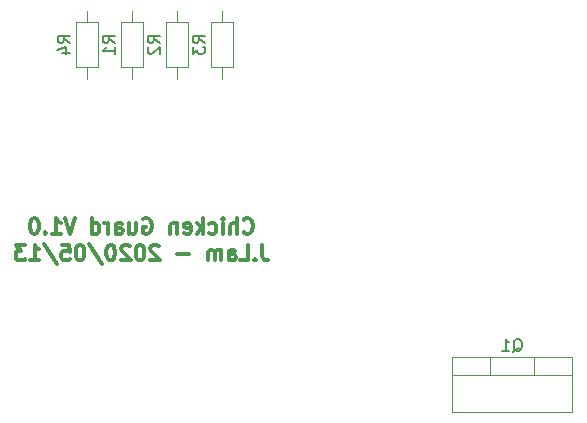
<source format=gbr>
G04 #@! TF.GenerationSoftware,KiCad,Pcbnew,5.0.2-bee76a0~70~ubuntu18.04.1*
G04 #@! TF.CreationDate,2020-05-13T22:11:56-07:00*
G04 #@! TF.ProjectId,auto-chicken-coop-door,6175746f-2d63-4686-9963-6b656e2d636f,rev?*
G04 #@! TF.SameCoordinates,Original*
G04 #@! TF.FileFunction,Legend,Bot*
G04 #@! TF.FilePolarity,Positive*
%FSLAX46Y46*%
G04 Gerber Fmt 4.6, Leading zero omitted, Abs format (unit mm)*
G04 Created by KiCad (PCBNEW 5.0.2-bee76a0~70~ubuntu18.04.1) date Wed 13 May 2020 10:11:56 PM PDT*
%MOMM*%
%LPD*%
G01*
G04 APERTURE LIST*
%ADD10C,0.300000*%
%ADD11C,0.120000*%
%ADD12C,0.150000*%
G04 APERTURE END LIST*
D10*
X183641714Y-97256285D02*
X183703619Y-97318190D01*
X183889333Y-97380095D01*
X184013142Y-97380095D01*
X184198857Y-97318190D01*
X184322666Y-97194380D01*
X184384571Y-97070571D01*
X184446476Y-96822952D01*
X184446476Y-96637238D01*
X184384571Y-96389619D01*
X184322666Y-96265809D01*
X184198857Y-96142000D01*
X184013142Y-96080095D01*
X183889333Y-96080095D01*
X183703619Y-96142000D01*
X183641714Y-96203904D01*
X183084571Y-97380095D02*
X183084571Y-96080095D01*
X182527428Y-97380095D02*
X182527428Y-96699142D01*
X182589333Y-96575333D01*
X182713142Y-96513428D01*
X182898857Y-96513428D01*
X183022666Y-96575333D01*
X183084571Y-96637238D01*
X181908380Y-97380095D02*
X181908380Y-96513428D01*
X181908380Y-96080095D02*
X181970285Y-96142000D01*
X181908380Y-96203904D01*
X181846476Y-96142000D01*
X181908380Y-96080095D01*
X181908380Y-96203904D01*
X180732190Y-97318190D02*
X180856000Y-97380095D01*
X181103619Y-97380095D01*
X181227428Y-97318190D01*
X181289333Y-97256285D01*
X181351238Y-97132476D01*
X181351238Y-96761047D01*
X181289333Y-96637238D01*
X181227428Y-96575333D01*
X181103619Y-96513428D01*
X180856000Y-96513428D01*
X180732190Y-96575333D01*
X180175047Y-97380095D02*
X180175047Y-96080095D01*
X180051238Y-96884857D02*
X179679809Y-97380095D01*
X179679809Y-96513428D02*
X180175047Y-97008666D01*
X178627428Y-97318190D02*
X178751238Y-97380095D01*
X178998857Y-97380095D01*
X179122666Y-97318190D01*
X179184571Y-97194380D01*
X179184571Y-96699142D01*
X179122666Y-96575333D01*
X178998857Y-96513428D01*
X178751238Y-96513428D01*
X178627428Y-96575333D01*
X178565523Y-96699142D01*
X178565523Y-96822952D01*
X179184571Y-96946761D01*
X178008380Y-96513428D02*
X178008380Y-97380095D01*
X178008380Y-96637238D02*
X177946476Y-96575333D01*
X177822666Y-96513428D01*
X177636952Y-96513428D01*
X177513142Y-96575333D01*
X177451238Y-96699142D01*
X177451238Y-97380095D01*
X175160761Y-96142000D02*
X175284571Y-96080095D01*
X175470285Y-96080095D01*
X175656000Y-96142000D01*
X175779809Y-96265809D01*
X175841714Y-96389619D01*
X175903619Y-96637238D01*
X175903619Y-96822952D01*
X175841714Y-97070571D01*
X175779809Y-97194380D01*
X175656000Y-97318190D01*
X175470285Y-97380095D01*
X175346476Y-97380095D01*
X175160761Y-97318190D01*
X175098857Y-97256285D01*
X175098857Y-96822952D01*
X175346476Y-96822952D01*
X173984571Y-96513428D02*
X173984571Y-97380095D01*
X174541714Y-96513428D02*
X174541714Y-97194380D01*
X174479809Y-97318190D01*
X174356000Y-97380095D01*
X174170285Y-97380095D01*
X174046476Y-97318190D01*
X173984571Y-97256285D01*
X172808380Y-97380095D02*
X172808380Y-96699142D01*
X172870285Y-96575333D01*
X172994095Y-96513428D01*
X173241714Y-96513428D01*
X173365523Y-96575333D01*
X172808380Y-97318190D02*
X172932190Y-97380095D01*
X173241714Y-97380095D01*
X173365523Y-97318190D01*
X173427428Y-97194380D01*
X173427428Y-97070571D01*
X173365523Y-96946761D01*
X173241714Y-96884857D01*
X172932190Y-96884857D01*
X172808380Y-96822952D01*
X172189333Y-97380095D02*
X172189333Y-96513428D01*
X172189333Y-96761047D02*
X172127428Y-96637238D01*
X172065523Y-96575333D01*
X171941714Y-96513428D01*
X171817904Y-96513428D01*
X170827428Y-97380095D02*
X170827428Y-96080095D01*
X170827428Y-97318190D02*
X170951238Y-97380095D01*
X171198857Y-97380095D01*
X171322666Y-97318190D01*
X171384571Y-97256285D01*
X171446476Y-97132476D01*
X171446476Y-96761047D01*
X171384571Y-96637238D01*
X171322666Y-96575333D01*
X171198857Y-96513428D01*
X170951238Y-96513428D01*
X170827428Y-96575333D01*
X169403619Y-96080095D02*
X168970285Y-97380095D01*
X168536952Y-96080095D01*
X167422666Y-97380095D02*
X168165523Y-97380095D01*
X167794095Y-97380095D02*
X167794095Y-96080095D01*
X167917904Y-96265809D01*
X168041714Y-96389619D01*
X168165523Y-96451523D01*
X166865523Y-97256285D02*
X166803619Y-97318190D01*
X166865523Y-97380095D01*
X166927428Y-97318190D01*
X166865523Y-97256285D01*
X166865523Y-97380095D01*
X165998857Y-96080095D02*
X165875047Y-96080095D01*
X165751238Y-96142000D01*
X165689333Y-96203904D01*
X165627428Y-96327714D01*
X165565523Y-96575333D01*
X165565523Y-96884857D01*
X165627428Y-97132476D01*
X165689333Y-97256285D01*
X165751238Y-97318190D01*
X165875047Y-97380095D01*
X165998857Y-97380095D01*
X166122666Y-97318190D01*
X166184571Y-97256285D01*
X166246476Y-97132476D01*
X166308380Y-96884857D01*
X166308380Y-96575333D01*
X166246476Y-96327714D01*
X166184571Y-96203904D01*
X166122666Y-96142000D01*
X165998857Y-96080095D01*
X185220285Y-98330095D02*
X185220285Y-99258666D01*
X185282190Y-99444380D01*
X185406000Y-99568190D01*
X185591714Y-99630095D01*
X185715523Y-99630095D01*
X184601238Y-99506285D02*
X184539333Y-99568190D01*
X184601238Y-99630095D01*
X184663142Y-99568190D01*
X184601238Y-99506285D01*
X184601238Y-99630095D01*
X183363142Y-99630095D02*
X183982190Y-99630095D01*
X183982190Y-98330095D01*
X182372666Y-99630095D02*
X182372666Y-98949142D01*
X182434571Y-98825333D01*
X182558380Y-98763428D01*
X182806000Y-98763428D01*
X182929809Y-98825333D01*
X182372666Y-99568190D02*
X182496476Y-99630095D01*
X182806000Y-99630095D01*
X182929809Y-99568190D01*
X182991714Y-99444380D01*
X182991714Y-99320571D01*
X182929809Y-99196761D01*
X182806000Y-99134857D01*
X182496476Y-99134857D01*
X182372666Y-99072952D01*
X181753619Y-99630095D02*
X181753619Y-98763428D01*
X181753619Y-98887238D02*
X181691714Y-98825333D01*
X181567904Y-98763428D01*
X181382190Y-98763428D01*
X181258380Y-98825333D01*
X181196476Y-98949142D01*
X181196476Y-99630095D01*
X181196476Y-98949142D02*
X181134571Y-98825333D01*
X181010761Y-98763428D01*
X180825047Y-98763428D01*
X180701238Y-98825333D01*
X180639333Y-98949142D01*
X180639333Y-99630095D01*
X179029809Y-99134857D02*
X178039333Y-99134857D01*
X176491714Y-98453904D02*
X176429809Y-98392000D01*
X176306000Y-98330095D01*
X175996476Y-98330095D01*
X175872666Y-98392000D01*
X175810761Y-98453904D01*
X175748857Y-98577714D01*
X175748857Y-98701523D01*
X175810761Y-98887238D01*
X176553619Y-99630095D01*
X175748857Y-99630095D01*
X174944095Y-98330095D02*
X174820285Y-98330095D01*
X174696476Y-98392000D01*
X174634571Y-98453904D01*
X174572666Y-98577714D01*
X174510761Y-98825333D01*
X174510761Y-99134857D01*
X174572666Y-99382476D01*
X174634571Y-99506285D01*
X174696476Y-99568190D01*
X174820285Y-99630095D01*
X174944095Y-99630095D01*
X175067904Y-99568190D01*
X175129809Y-99506285D01*
X175191714Y-99382476D01*
X175253619Y-99134857D01*
X175253619Y-98825333D01*
X175191714Y-98577714D01*
X175129809Y-98453904D01*
X175067904Y-98392000D01*
X174944095Y-98330095D01*
X174015523Y-98453904D02*
X173953619Y-98392000D01*
X173829809Y-98330095D01*
X173520285Y-98330095D01*
X173396476Y-98392000D01*
X173334571Y-98453904D01*
X173272666Y-98577714D01*
X173272666Y-98701523D01*
X173334571Y-98887238D01*
X174077428Y-99630095D01*
X173272666Y-99630095D01*
X172467904Y-98330095D02*
X172344095Y-98330095D01*
X172220285Y-98392000D01*
X172158380Y-98453904D01*
X172096476Y-98577714D01*
X172034571Y-98825333D01*
X172034571Y-99134857D01*
X172096476Y-99382476D01*
X172158380Y-99506285D01*
X172220285Y-99568190D01*
X172344095Y-99630095D01*
X172467904Y-99630095D01*
X172591714Y-99568190D01*
X172653619Y-99506285D01*
X172715523Y-99382476D01*
X172777428Y-99134857D01*
X172777428Y-98825333D01*
X172715523Y-98577714D01*
X172653619Y-98453904D01*
X172591714Y-98392000D01*
X172467904Y-98330095D01*
X170548857Y-98268190D02*
X171663142Y-99939619D01*
X169867904Y-98330095D02*
X169744095Y-98330095D01*
X169620285Y-98392000D01*
X169558380Y-98453904D01*
X169496476Y-98577714D01*
X169434571Y-98825333D01*
X169434571Y-99134857D01*
X169496476Y-99382476D01*
X169558380Y-99506285D01*
X169620285Y-99568190D01*
X169744095Y-99630095D01*
X169867904Y-99630095D01*
X169991714Y-99568190D01*
X170053619Y-99506285D01*
X170115523Y-99382476D01*
X170177428Y-99134857D01*
X170177428Y-98825333D01*
X170115523Y-98577714D01*
X170053619Y-98453904D01*
X169991714Y-98392000D01*
X169867904Y-98330095D01*
X168258380Y-98330095D02*
X168877428Y-98330095D01*
X168939333Y-98949142D01*
X168877428Y-98887238D01*
X168753619Y-98825333D01*
X168444095Y-98825333D01*
X168320285Y-98887238D01*
X168258380Y-98949142D01*
X168196476Y-99072952D01*
X168196476Y-99382476D01*
X168258380Y-99506285D01*
X168320285Y-99568190D01*
X168444095Y-99630095D01*
X168753619Y-99630095D01*
X168877428Y-99568190D01*
X168939333Y-99506285D01*
X166710761Y-98268190D02*
X167825047Y-99939619D01*
X165596476Y-99630095D02*
X166339333Y-99630095D01*
X165967904Y-99630095D02*
X165967904Y-98330095D01*
X166091714Y-98515809D01*
X166215523Y-98639619D01*
X166339333Y-98701523D01*
X165163142Y-98330095D02*
X164358380Y-98330095D01*
X164791714Y-98825333D01*
X164606000Y-98825333D01*
X164482190Y-98887238D01*
X164420285Y-98949142D01*
X164358380Y-99072952D01*
X164358380Y-99382476D01*
X164420285Y-99506285D01*
X164482190Y-99568190D01*
X164606000Y-99630095D01*
X164977428Y-99630095D01*
X165101238Y-99568190D01*
X165163142Y-99506285D01*
D11*
G04 #@! TO.C,R1*
X173267831Y-79452341D02*
X175107831Y-79452341D01*
X175107831Y-79452341D02*
X175107831Y-83292341D01*
X175107831Y-83292341D02*
X173267831Y-83292341D01*
X173267831Y-83292341D02*
X173267831Y-79452341D01*
X174187831Y-78502341D02*
X174187831Y-79452341D01*
X174187831Y-84242341D02*
X174187831Y-83292341D01*
G04 #@! TO.C,R2*
X177997831Y-84242341D02*
X177997831Y-83292341D01*
X177997831Y-78502341D02*
X177997831Y-79452341D01*
X177077831Y-83292341D02*
X177077831Y-79452341D01*
X178917831Y-83292341D02*
X177077831Y-83292341D01*
X178917831Y-79452341D02*
X178917831Y-83292341D01*
X177077831Y-79452341D02*
X178917831Y-79452341D01*
G04 #@! TO.C,R3*
X180887831Y-79452341D02*
X182727831Y-79452341D01*
X182727831Y-79452341D02*
X182727831Y-83292341D01*
X182727831Y-83292341D02*
X180887831Y-83292341D01*
X180887831Y-83292341D02*
X180887831Y-79452341D01*
X181807831Y-78502341D02*
X181807831Y-79452341D01*
X181807831Y-84242341D02*
X181807831Y-83292341D01*
G04 #@! TO.C,R4*
X169457831Y-79452341D02*
X171297831Y-79452341D01*
X171297831Y-79452341D02*
X171297831Y-83292341D01*
X171297831Y-83292341D02*
X169457831Y-83292341D01*
X169457831Y-83292341D02*
X169457831Y-79452341D01*
X170377831Y-78502341D02*
X170377831Y-79452341D01*
X170377831Y-84242341D02*
X170377831Y-83292341D01*
G04 #@! TO.C,Q1*
X211495000Y-107855000D02*
X201255000Y-107855000D01*
X211495000Y-112496000D02*
X201255000Y-112496000D01*
X211495000Y-107855000D02*
X211495000Y-112496000D01*
X201255000Y-107855000D02*
X201255000Y-112496000D01*
X211495000Y-109365000D02*
X201255000Y-109365000D01*
X208225000Y-107855000D02*
X208225000Y-109365000D01*
X204524000Y-107855000D02*
X204524000Y-109365000D01*
G04 #@! TO.C,R1*
D12*
X172720211Y-81205674D02*
X172244021Y-80872341D01*
X172720211Y-80634245D02*
X171720211Y-80634245D01*
X171720211Y-81015198D01*
X171767831Y-81110436D01*
X171815450Y-81158055D01*
X171910688Y-81205674D01*
X172053545Y-81205674D01*
X172148783Y-81158055D01*
X172196402Y-81110436D01*
X172244021Y-81015198D01*
X172244021Y-80634245D01*
X172720211Y-82158055D02*
X172720211Y-81586626D01*
X172720211Y-81872341D02*
X171720211Y-81872341D01*
X171863069Y-81777102D01*
X171958307Y-81681864D01*
X172005926Y-81586626D01*
G04 #@! TO.C,R2*
X176530211Y-81205674D02*
X176054021Y-80872341D01*
X176530211Y-80634245D02*
X175530211Y-80634245D01*
X175530211Y-81015198D01*
X175577831Y-81110436D01*
X175625450Y-81158055D01*
X175720688Y-81205674D01*
X175863545Y-81205674D01*
X175958783Y-81158055D01*
X176006402Y-81110436D01*
X176054021Y-81015198D01*
X176054021Y-80634245D01*
X175625450Y-81586626D02*
X175577831Y-81634245D01*
X175530211Y-81729483D01*
X175530211Y-81967579D01*
X175577831Y-82062817D01*
X175625450Y-82110436D01*
X175720688Y-82158055D01*
X175815926Y-82158055D01*
X175958783Y-82110436D01*
X176530211Y-81539007D01*
X176530211Y-82158055D01*
G04 #@! TO.C,R3*
X180340211Y-81205674D02*
X179864021Y-80872341D01*
X180340211Y-80634245D02*
X179340211Y-80634245D01*
X179340211Y-81015198D01*
X179387831Y-81110436D01*
X179435450Y-81158055D01*
X179530688Y-81205674D01*
X179673545Y-81205674D01*
X179768783Y-81158055D01*
X179816402Y-81110436D01*
X179864021Y-81015198D01*
X179864021Y-80634245D01*
X179340211Y-81539007D02*
X179340211Y-82158055D01*
X179721164Y-81824721D01*
X179721164Y-81967579D01*
X179768783Y-82062817D01*
X179816402Y-82110436D01*
X179911640Y-82158055D01*
X180149735Y-82158055D01*
X180244973Y-82110436D01*
X180292592Y-82062817D01*
X180340211Y-81967579D01*
X180340211Y-81681864D01*
X180292592Y-81586626D01*
X180244973Y-81539007D01*
G04 #@! TO.C,R4*
X168910211Y-81205674D02*
X168434021Y-80872341D01*
X168910211Y-80634245D02*
X167910211Y-80634245D01*
X167910211Y-81015198D01*
X167957831Y-81110436D01*
X168005450Y-81158055D01*
X168100688Y-81205674D01*
X168243545Y-81205674D01*
X168338783Y-81158055D01*
X168386402Y-81110436D01*
X168434021Y-81015198D01*
X168434021Y-80634245D01*
X168243545Y-82062817D02*
X168910211Y-82062817D01*
X167862592Y-81824721D02*
X168576878Y-81586626D01*
X168576878Y-82205674D01*
G04 #@! TO.C,Q1*
X206470238Y-107402619D02*
X206565476Y-107355000D01*
X206660714Y-107259761D01*
X206803571Y-107116904D01*
X206898809Y-107069285D01*
X206994047Y-107069285D01*
X206946428Y-107307380D02*
X207041666Y-107259761D01*
X207136904Y-107164523D01*
X207184523Y-106974047D01*
X207184523Y-106640714D01*
X207136904Y-106450238D01*
X207041666Y-106355000D01*
X206946428Y-106307380D01*
X206755952Y-106307380D01*
X206660714Y-106355000D01*
X206565476Y-106450238D01*
X206517857Y-106640714D01*
X206517857Y-106974047D01*
X206565476Y-107164523D01*
X206660714Y-107259761D01*
X206755952Y-107307380D01*
X206946428Y-107307380D01*
X205565476Y-107307380D02*
X206136904Y-107307380D01*
X205851190Y-107307380D02*
X205851190Y-106307380D01*
X205946428Y-106450238D01*
X206041666Y-106545476D01*
X206136904Y-106593095D01*
G04 #@! TD*
M02*

</source>
